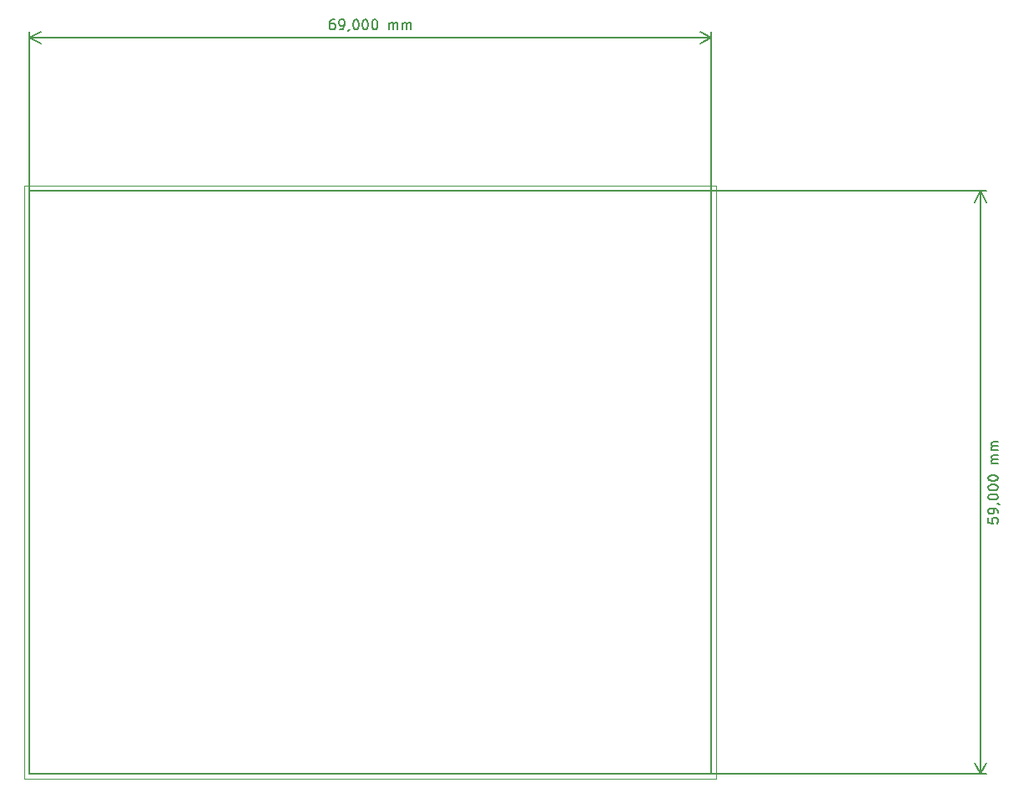
<source format=gbr>
%TF.GenerationSoftware,KiCad,Pcbnew,5.1.4-e60b266~84~ubuntu18.04.1*%
%TF.CreationDate,2020-06-02T14:46:13-03:00*%
%TF.ProjectId,Driver Motor PaP_V2.0,44726976-6572-4204-9d6f-746f72205061,2.0*%
%TF.SameCoordinates,Original*%
%TF.FileFunction,Other,User*%
%FSLAX46Y46*%
G04 Gerber Fmt 4.6, Leading zero omitted, Abs format (unit mm)*
G04 Created by KiCad (PCBNEW 5.1.4-e60b266~84~ubuntu18.04.1) date 2020-06-02 14:46:13*
%MOMM*%
%LPD*%
G04 APERTURE LIST*
%ADD10C,0.050000*%
%ADD11C,0.150000*%
G04 APERTURE END LIST*
D10*
X75000000Y-109750000D02*
X75000000Y-49750000D01*
X145000000Y-109750000D02*
X75000000Y-109750000D01*
X145000000Y-49750000D02*
X145000000Y-109750000D01*
X75000000Y-49750000D02*
X145000000Y-49750000D01*
D11*
X106333333Y-32902380D02*
X106142857Y-32902380D01*
X106047619Y-32950000D01*
X106000000Y-32997619D01*
X105904761Y-33140476D01*
X105857142Y-33330952D01*
X105857142Y-33711904D01*
X105904761Y-33807142D01*
X105952380Y-33854761D01*
X106047619Y-33902380D01*
X106238095Y-33902380D01*
X106333333Y-33854761D01*
X106380952Y-33807142D01*
X106428571Y-33711904D01*
X106428571Y-33473809D01*
X106380952Y-33378571D01*
X106333333Y-33330952D01*
X106238095Y-33283333D01*
X106047619Y-33283333D01*
X105952380Y-33330952D01*
X105904761Y-33378571D01*
X105857142Y-33473809D01*
X106904761Y-33902380D02*
X107095238Y-33902380D01*
X107190476Y-33854761D01*
X107238095Y-33807142D01*
X107333333Y-33664285D01*
X107380952Y-33473809D01*
X107380952Y-33092857D01*
X107333333Y-32997619D01*
X107285714Y-32950000D01*
X107190476Y-32902380D01*
X107000000Y-32902380D01*
X106904761Y-32950000D01*
X106857142Y-32997619D01*
X106809523Y-33092857D01*
X106809523Y-33330952D01*
X106857142Y-33426190D01*
X106904761Y-33473809D01*
X107000000Y-33521428D01*
X107190476Y-33521428D01*
X107285714Y-33473809D01*
X107333333Y-33426190D01*
X107380952Y-33330952D01*
X107857142Y-33854761D02*
X107857142Y-33902380D01*
X107809523Y-33997619D01*
X107761904Y-34045238D01*
X108476190Y-32902380D02*
X108571428Y-32902380D01*
X108666666Y-32950000D01*
X108714285Y-32997619D01*
X108761904Y-33092857D01*
X108809523Y-33283333D01*
X108809523Y-33521428D01*
X108761904Y-33711904D01*
X108714285Y-33807142D01*
X108666666Y-33854761D01*
X108571428Y-33902380D01*
X108476190Y-33902380D01*
X108380952Y-33854761D01*
X108333333Y-33807142D01*
X108285714Y-33711904D01*
X108238095Y-33521428D01*
X108238095Y-33283333D01*
X108285714Y-33092857D01*
X108333333Y-32997619D01*
X108380952Y-32950000D01*
X108476190Y-32902380D01*
X109428571Y-32902380D02*
X109523809Y-32902380D01*
X109619047Y-32950000D01*
X109666666Y-32997619D01*
X109714285Y-33092857D01*
X109761904Y-33283333D01*
X109761904Y-33521428D01*
X109714285Y-33711904D01*
X109666666Y-33807142D01*
X109619047Y-33854761D01*
X109523809Y-33902380D01*
X109428571Y-33902380D01*
X109333333Y-33854761D01*
X109285714Y-33807142D01*
X109238095Y-33711904D01*
X109190476Y-33521428D01*
X109190476Y-33283333D01*
X109238095Y-33092857D01*
X109285714Y-32997619D01*
X109333333Y-32950000D01*
X109428571Y-32902380D01*
X110380952Y-32902380D02*
X110476190Y-32902380D01*
X110571428Y-32950000D01*
X110619047Y-32997619D01*
X110666666Y-33092857D01*
X110714285Y-33283333D01*
X110714285Y-33521428D01*
X110666666Y-33711904D01*
X110619047Y-33807142D01*
X110571428Y-33854761D01*
X110476190Y-33902380D01*
X110380952Y-33902380D01*
X110285714Y-33854761D01*
X110238095Y-33807142D01*
X110190476Y-33711904D01*
X110142857Y-33521428D01*
X110142857Y-33283333D01*
X110190476Y-33092857D01*
X110238095Y-32997619D01*
X110285714Y-32950000D01*
X110380952Y-32902380D01*
X111904761Y-33902380D02*
X111904761Y-33235714D01*
X111904761Y-33330952D02*
X111952380Y-33283333D01*
X112047619Y-33235714D01*
X112190476Y-33235714D01*
X112285714Y-33283333D01*
X112333333Y-33378571D01*
X112333333Y-33902380D01*
X112333333Y-33378571D02*
X112380952Y-33283333D01*
X112476190Y-33235714D01*
X112619047Y-33235714D01*
X112714285Y-33283333D01*
X112761904Y-33378571D01*
X112761904Y-33902380D01*
X113238095Y-33902380D02*
X113238095Y-33235714D01*
X113238095Y-33330952D02*
X113285714Y-33283333D01*
X113380952Y-33235714D01*
X113523809Y-33235714D01*
X113619047Y-33283333D01*
X113666666Y-33378571D01*
X113666666Y-33902380D01*
X113666666Y-33378571D02*
X113714285Y-33283333D01*
X113809523Y-33235714D01*
X113952380Y-33235714D01*
X114047619Y-33283333D01*
X114095238Y-33378571D01*
X114095238Y-33902380D01*
X75500000Y-34750000D02*
X144500000Y-34750000D01*
X75500000Y-50250000D02*
X75500000Y-34163579D01*
X144500000Y-50250000D02*
X144500000Y-34163579D01*
X144500000Y-34750000D02*
X143373496Y-35336421D01*
X144500000Y-34750000D02*
X143373496Y-34163579D01*
X75500000Y-34750000D02*
X76626504Y-35336421D01*
X75500000Y-34750000D02*
X76626504Y-34163579D01*
X172502380Y-83369047D02*
X172502380Y-83845238D01*
X172978571Y-83892857D01*
X172930952Y-83845238D01*
X172883333Y-83750000D01*
X172883333Y-83511904D01*
X172930952Y-83416666D01*
X172978571Y-83369047D01*
X173073809Y-83321428D01*
X173311904Y-83321428D01*
X173407142Y-83369047D01*
X173454761Y-83416666D01*
X173502380Y-83511904D01*
X173502380Y-83750000D01*
X173454761Y-83845238D01*
X173407142Y-83892857D01*
X173502380Y-82845238D02*
X173502380Y-82654761D01*
X173454761Y-82559523D01*
X173407142Y-82511904D01*
X173264285Y-82416666D01*
X173073809Y-82369047D01*
X172692857Y-82369047D01*
X172597619Y-82416666D01*
X172550000Y-82464285D01*
X172502380Y-82559523D01*
X172502380Y-82750000D01*
X172550000Y-82845238D01*
X172597619Y-82892857D01*
X172692857Y-82940476D01*
X172930952Y-82940476D01*
X173026190Y-82892857D01*
X173073809Y-82845238D01*
X173121428Y-82750000D01*
X173121428Y-82559523D01*
X173073809Y-82464285D01*
X173026190Y-82416666D01*
X172930952Y-82369047D01*
X173454761Y-81892857D02*
X173502380Y-81892857D01*
X173597619Y-81940476D01*
X173645238Y-81988095D01*
X172502380Y-81273809D02*
X172502380Y-81178571D01*
X172550000Y-81083333D01*
X172597619Y-81035714D01*
X172692857Y-80988095D01*
X172883333Y-80940476D01*
X173121428Y-80940476D01*
X173311904Y-80988095D01*
X173407142Y-81035714D01*
X173454761Y-81083333D01*
X173502380Y-81178571D01*
X173502380Y-81273809D01*
X173454761Y-81369047D01*
X173407142Y-81416666D01*
X173311904Y-81464285D01*
X173121428Y-81511904D01*
X172883333Y-81511904D01*
X172692857Y-81464285D01*
X172597619Y-81416666D01*
X172550000Y-81369047D01*
X172502380Y-81273809D01*
X172502380Y-80321428D02*
X172502380Y-80226190D01*
X172550000Y-80130952D01*
X172597619Y-80083333D01*
X172692857Y-80035714D01*
X172883333Y-79988095D01*
X173121428Y-79988095D01*
X173311904Y-80035714D01*
X173407142Y-80083333D01*
X173454761Y-80130952D01*
X173502380Y-80226190D01*
X173502380Y-80321428D01*
X173454761Y-80416666D01*
X173407142Y-80464285D01*
X173311904Y-80511904D01*
X173121428Y-80559523D01*
X172883333Y-80559523D01*
X172692857Y-80511904D01*
X172597619Y-80464285D01*
X172550000Y-80416666D01*
X172502380Y-80321428D01*
X172502380Y-79369047D02*
X172502380Y-79273809D01*
X172550000Y-79178571D01*
X172597619Y-79130952D01*
X172692857Y-79083333D01*
X172883333Y-79035714D01*
X173121428Y-79035714D01*
X173311904Y-79083333D01*
X173407142Y-79130952D01*
X173454761Y-79178571D01*
X173502380Y-79273809D01*
X173502380Y-79369047D01*
X173454761Y-79464285D01*
X173407142Y-79511904D01*
X173311904Y-79559523D01*
X173121428Y-79607142D01*
X172883333Y-79607142D01*
X172692857Y-79559523D01*
X172597619Y-79511904D01*
X172550000Y-79464285D01*
X172502380Y-79369047D01*
X173502380Y-77845238D02*
X172835714Y-77845238D01*
X172930952Y-77845238D02*
X172883333Y-77797619D01*
X172835714Y-77702380D01*
X172835714Y-77559523D01*
X172883333Y-77464285D01*
X172978571Y-77416666D01*
X173502380Y-77416666D01*
X172978571Y-77416666D02*
X172883333Y-77369047D01*
X172835714Y-77273809D01*
X172835714Y-77130952D01*
X172883333Y-77035714D01*
X172978571Y-76988095D01*
X173502380Y-76988095D01*
X173502380Y-76511904D02*
X172835714Y-76511904D01*
X172930952Y-76511904D02*
X172883333Y-76464285D01*
X172835714Y-76369047D01*
X172835714Y-76226190D01*
X172883333Y-76130952D01*
X172978571Y-76083333D01*
X173502380Y-76083333D01*
X172978571Y-76083333D02*
X172883333Y-76035714D01*
X172835714Y-75940476D01*
X172835714Y-75797619D01*
X172883333Y-75702380D01*
X172978571Y-75654761D01*
X173502380Y-75654761D01*
X171750000Y-109250000D02*
X171750000Y-50250000D01*
X144500000Y-109250000D02*
X172336421Y-109250000D01*
X144500000Y-50250000D02*
X172336421Y-50250000D01*
X171750000Y-50250000D02*
X172336421Y-51376504D01*
X171750000Y-50250000D02*
X171163579Y-51376504D01*
X171750000Y-109250000D02*
X172336421Y-108123496D01*
X171750000Y-109250000D02*
X171163579Y-108123496D01*
X75500000Y-109250000D02*
X144500000Y-109250000D01*
X75500000Y-50250000D02*
X75500000Y-109250000D01*
X144500000Y-50250000D02*
X75500000Y-50250000D01*
X144500000Y-109250000D02*
X144500000Y-50250000D01*
M02*

</source>
